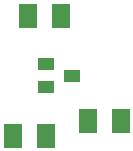
<source format=gbr>
G04 EAGLE Gerber RS-274X export*
G75*
%MOMM*%
%FSLAX34Y34*%
%LPD*%
%INSolderpaste Top*%
%IPPOS*%
%AMOC8*
5,1,8,0,0,1.08239X$1,22.5*%
G01*
%ADD10R,1.600000X2.000000*%
%ADD11R,1.400000X1.000000*%


D10*
X113000Y50800D03*
X141000Y50800D03*
X176500Y63500D03*
X204500Y63500D03*
X153700Y152400D03*
X125700Y152400D03*
D11*
X163400Y101600D03*
X141400Y92100D03*
X141400Y111100D03*
M02*

</source>
